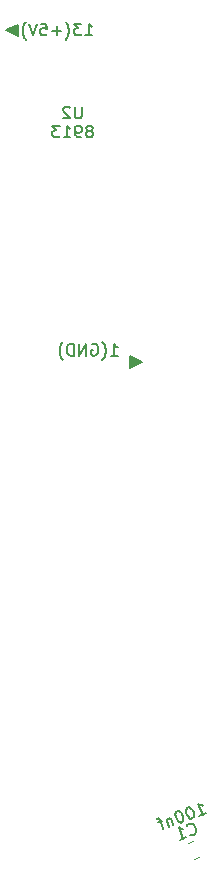
<source format=gbr>
%TF.GenerationSoftware,KiCad,Pcbnew,8.0.3*%
%TF.CreationDate,2024-06-29T10:36:14+02:00*%
%TF.ProjectId,adapter 8913-8910 Angle L,61646170-7465-4722-9038-3931332d3839,1.0a*%
%TF.SameCoordinates,Original*%
%TF.FileFunction,Legend,Bot*%
%TF.FilePolarity,Positive*%
%FSLAX46Y46*%
G04 Gerber Fmt 4.6, Leading zero omitted, Abs format (unit mm)*
G04 Created by KiCad (PCBNEW 8.0.3) date 2024-06-29 10:36:14*
%MOMM*%
%LPD*%
G01*
G04 APERTURE LIST*
%ADD10C,0.200000*%
%ADD11C,0.150000*%
%ADD12C,0.120000*%
G04 APERTURE END LIST*
D10*
X93075000Y-26150000D02*
X92075000Y-25650000D01*
X93075000Y-25150000D01*
X93075000Y-26150000D01*
G36*
X93075000Y-26150000D02*
G01*
X92075000Y-25650000D01*
X93075000Y-25150000D01*
X93075000Y-26150000D01*
G37*
X103590000Y-53745000D02*
X102590000Y-54245000D01*
X102590000Y-53245000D01*
X103590000Y-53745000D01*
G36*
X103590000Y-53745000D02*
G01*
X102590000Y-54245000D01*
X102590000Y-53245000D01*
X103590000Y-53745000D01*
G37*
D11*
X108425601Y-92146933D02*
X108962569Y-91951493D01*
X108694085Y-92049213D02*
X108352065Y-91109520D01*
X108352065Y-91109520D02*
X108490420Y-91211188D01*
X108490420Y-91211188D02*
X108612487Y-91268110D01*
X108612487Y-91268110D02*
X108718269Y-91280284D01*
X107501867Y-91418967D02*
X107412372Y-91451540D01*
X107412372Y-91451540D02*
X107339164Y-91528861D01*
X107339164Y-91528861D02*
X107310704Y-91589895D01*
X107310704Y-91589895D02*
X107298530Y-91695676D01*
X107298530Y-91695676D02*
X107318929Y-91890952D01*
X107318929Y-91890952D02*
X107400363Y-92114688D01*
X107400363Y-92114688D02*
X107510257Y-92277390D01*
X107510257Y-92277390D02*
X107587577Y-92350598D01*
X107587577Y-92350598D02*
X107648611Y-92379059D01*
X107648611Y-92379059D02*
X107754392Y-92391233D01*
X107754392Y-92391233D02*
X107843887Y-92358659D01*
X107843887Y-92358659D02*
X107917095Y-92281339D01*
X107917095Y-92281339D02*
X107945555Y-92220305D01*
X107945555Y-92220305D02*
X107957729Y-92114524D01*
X107957729Y-92114524D02*
X107937330Y-91919248D01*
X107937330Y-91919248D02*
X107855897Y-91695512D01*
X107855897Y-91695512D02*
X107746003Y-91532809D01*
X107746003Y-91532809D02*
X107668682Y-91459601D01*
X107668682Y-91459601D02*
X107607648Y-91431141D01*
X107607648Y-91431141D02*
X107501867Y-91418967D01*
X106606921Y-91744700D02*
X106517427Y-91777274D01*
X106517427Y-91777274D02*
X106444219Y-91854594D01*
X106444219Y-91854594D02*
X106415758Y-91915628D01*
X106415758Y-91915628D02*
X106403585Y-92021409D01*
X106403585Y-92021409D02*
X106423984Y-92216685D01*
X106423984Y-92216685D02*
X106505417Y-92440421D01*
X106505417Y-92440421D02*
X106615311Y-92603124D01*
X106615311Y-92603124D02*
X106692632Y-92676332D01*
X106692632Y-92676332D02*
X106753666Y-92704792D01*
X106753666Y-92704792D02*
X106859447Y-92716966D01*
X106859447Y-92716966D02*
X106948942Y-92684393D01*
X106948942Y-92684393D02*
X107022149Y-92607072D01*
X107022149Y-92607072D02*
X107050610Y-92546038D01*
X107050610Y-92546038D02*
X107062784Y-92440257D01*
X107062784Y-92440257D02*
X107042385Y-92244981D01*
X107042385Y-92244981D02*
X106960951Y-92021245D01*
X106960951Y-92021245D02*
X106851057Y-91858543D01*
X106851057Y-91858543D02*
X106773737Y-91785335D01*
X106773737Y-91785335D02*
X106712703Y-91756874D01*
X106712703Y-91756874D02*
X106606921Y-91744700D01*
X106004972Y-92318518D02*
X106232985Y-92944980D01*
X106037545Y-92408012D02*
X105976511Y-92379552D01*
X105976511Y-92379552D02*
X105870730Y-92367378D01*
X105870730Y-92367378D02*
X105736488Y-92416238D01*
X105736488Y-92416238D02*
X105663280Y-92493559D01*
X105663280Y-92493559D02*
X105651106Y-92599340D01*
X105651106Y-92599340D02*
X105830260Y-93091560D01*
X105289015Y-92579105D02*
X104931037Y-92709398D01*
X105382787Y-93254426D02*
X105089627Y-92448976D01*
X105089627Y-92448976D02*
X105012306Y-92375768D01*
X105012306Y-92375768D02*
X104906525Y-92363594D01*
X104906525Y-92363594D02*
X104817031Y-92396167D01*
X98764411Y-26069819D02*
X99335839Y-26069819D01*
X99050125Y-26069819D02*
X99050125Y-25069819D01*
X99050125Y-25069819D02*
X99145363Y-25212676D01*
X99145363Y-25212676D02*
X99240601Y-25307914D01*
X99240601Y-25307914D02*
X99335839Y-25355533D01*
X98431077Y-25069819D02*
X97812030Y-25069819D01*
X97812030Y-25069819D02*
X98145363Y-25450771D01*
X98145363Y-25450771D02*
X98002506Y-25450771D01*
X98002506Y-25450771D02*
X97907268Y-25498390D01*
X97907268Y-25498390D02*
X97859649Y-25546009D01*
X97859649Y-25546009D02*
X97812030Y-25641247D01*
X97812030Y-25641247D02*
X97812030Y-25879342D01*
X97812030Y-25879342D02*
X97859649Y-25974580D01*
X97859649Y-25974580D02*
X97907268Y-26022200D01*
X97907268Y-26022200D02*
X98002506Y-26069819D01*
X98002506Y-26069819D02*
X98288220Y-26069819D01*
X98288220Y-26069819D02*
X98383458Y-26022200D01*
X98383458Y-26022200D02*
X98431077Y-25974580D01*
X97097744Y-26450771D02*
X97145363Y-26403152D01*
X97145363Y-26403152D02*
X97240601Y-26260295D01*
X97240601Y-26260295D02*
X97288220Y-26165057D01*
X97288220Y-26165057D02*
X97335839Y-26022200D01*
X97335839Y-26022200D02*
X97383458Y-25784104D01*
X97383458Y-25784104D02*
X97383458Y-25593628D01*
X97383458Y-25593628D02*
X97335839Y-25355533D01*
X97335839Y-25355533D02*
X97288220Y-25212676D01*
X97288220Y-25212676D02*
X97240601Y-25117438D01*
X97240601Y-25117438D02*
X97145363Y-24974580D01*
X97145363Y-24974580D02*
X97097744Y-24926961D01*
X96716791Y-25688866D02*
X95954887Y-25688866D01*
X96335839Y-26069819D02*
X96335839Y-25307914D01*
X95002506Y-25069819D02*
X95478696Y-25069819D01*
X95478696Y-25069819D02*
X95526315Y-25546009D01*
X95526315Y-25546009D02*
X95478696Y-25498390D01*
X95478696Y-25498390D02*
X95383458Y-25450771D01*
X95383458Y-25450771D02*
X95145363Y-25450771D01*
X95145363Y-25450771D02*
X95050125Y-25498390D01*
X95050125Y-25498390D02*
X95002506Y-25546009D01*
X95002506Y-25546009D02*
X94954887Y-25641247D01*
X94954887Y-25641247D02*
X94954887Y-25879342D01*
X94954887Y-25879342D02*
X95002506Y-25974580D01*
X95002506Y-25974580D02*
X95050125Y-26022200D01*
X95050125Y-26022200D02*
X95145363Y-26069819D01*
X95145363Y-26069819D02*
X95383458Y-26069819D01*
X95383458Y-26069819D02*
X95478696Y-26022200D01*
X95478696Y-26022200D02*
X95526315Y-25974580D01*
X94669172Y-25069819D02*
X94335839Y-26069819D01*
X94335839Y-26069819D02*
X94002506Y-25069819D01*
X93764410Y-26450771D02*
X93716791Y-26403152D01*
X93716791Y-26403152D02*
X93621553Y-26260295D01*
X93621553Y-26260295D02*
X93573934Y-26165057D01*
X93573934Y-26165057D02*
X93526315Y-26022200D01*
X93526315Y-26022200D02*
X93478696Y-25784104D01*
X93478696Y-25784104D02*
X93478696Y-25593628D01*
X93478696Y-25593628D02*
X93526315Y-25355533D01*
X93526315Y-25355533D02*
X93573934Y-25212676D01*
X93573934Y-25212676D02*
X93621553Y-25117438D01*
X93621553Y-25117438D02*
X93716791Y-24974580D01*
X93716791Y-24974580D02*
X93764410Y-24926961D01*
X98461904Y-32104875D02*
X98461904Y-32914398D01*
X98461904Y-32914398D02*
X98414285Y-33009636D01*
X98414285Y-33009636D02*
X98366666Y-33057256D01*
X98366666Y-33057256D02*
X98271428Y-33104875D01*
X98271428Y-33104875D02*
X98080952Y-33104875D01*
X98080952Y-33104875D02*
X97985714Y-33057256D01*
X97985714Y-33057256D02*
X97938095Y-33009636D01*
X97938095Y-33009636D02*
X97890476Y-32914398D01*
X97890476Y-32914398D02*
X97890476Y-32104875D01*
X97461904Y-32200113D02*
X97414285Y-32152494D01*
X97414285Y-32152494D02*
X97319047Y-32104875D01*
X97319047Y-32104875D02*
X97080952Y-32104875D01*
X97080952Y-32104875D02*
X96985714Y-32152494D01*
X96985714Y-32152494D02*
X96938095Y-32200113D01*
X96938095Y-32200113D02*
X96890476Y-32295351D01*
X96890476Y-32295351D02*
X96890476Y-32390589D01*
X96890476Y-32390589D02*
X96938095Y-32533446D01*
X96938095Y-32533446D02*
X97509523Y-33104875D01*
X97509523Y-33104875D02*
X96890476Y-33104875D01*
X99223809Y-34143390D02*
X99319047Y-34095771D01*
X99319047Y-34095771D02*
X99366666Y-34048152D01*
X99366666Y-34048152D02*
X99414285Y-33952914D01*
X99414285Y-33952914D02*
X99414285Y-33905295D01*
X99414285Y-33905295D02*
X99366666Y-33810057D01*
X99366666Y-33810057D02*
X99319047Y-33762438D01*
X99319047Y-33762438D02*
X99223809Y-33714819D01*
X99223809Y-33714819D02*
X99033333Y-33714819D01*
X99033333Y-33714819D02*
X98938095Y-33762438D01*
X98938095Y-33762438D02*
X98890476Y-33810057D01*
X98890476Y-33810057D02*
X98842857Y-33905295D01*
X98842857Y-33905295D02*
X98842857Y-33952914D01*
X98842857Y-33952914D02*
X98890476Y-34048152D01*
X98890476Y-34048152D02*
X98938095Y-34095771D01*
X98938095Y-34095771D02*
X99033333Y-34143390D01*
X99033333Y-34143390D02*
X99223809Y-34143390D01*
X99223809Y-34143390D02*
X99319047Y-34191009D01*
X99319047Y-34191009D02*
X99366666Y-34238628D01*
X99366666Y-34238628D02*
X99414285Y-34333866D01*
X99414285Y-34333866D02*
X99414285Y-34524342D01*
X99414285Y-34524342D02*
X99366666Y-34619580D01*
X99366666Y-34619580D02*
X99319047Y-34667200D01*
X99319047Y-34667200D02*
X99223809Y-34714819D01*
X99223809Y-34714819D02*
X99033333Y-34714819D01*
X99033333Y-34714819D02*
X98938095Y-34667200D01*
X98938095Y-34667200D02*
X98890476Y-34619580D01*
X98890476Y-34619580D02*
X98842857Y-34524342D01*
X98842857Y-34524342D02*
X98842857Y-34333866D01*
X98842857Y-34333866D02*
X98890476Y-34238628D01*
X98890476Y-34238628D02*
X98938095Y-34191009D01*
X98938095Y-34191009D02*
X99033333Y-34143390D01*
X98366666Y-34714819D02*
X98176190Y-34714819D01*
X98176190Y-34714819D02*
X98080952Y-34667200D01*
X98080952Y-34667200D02*
X98033333Y-34619580D01*
X98033333Y-34619580D02*
X97938095Y-34476723D01*
X97938095Y-34476723D02*
X97890476Y-34286247D01*
X97890476Y-34286247D02*
X97890476Y-33905295D01*
X97890476Y-33905295D02*
X97938095Y-33810057D01*
X97938095Y-33810057D02*
X97985714Y-33762438D01*
X97985714Y-33762438D02*
X98080952Y-33714819D01*
X98080952Y-33714819D02*
X98271428Y-33714819D01*
X98271428Y-33714819D02*
X98366666Y-33762438D01*
X98366666Y-33762438D02*
X98414285Y-33810057D01*
X98414285Y-33810057D02*
X98461904Y-33905295D01*
X98461904Y-33905295D02*
X98461904Y-34143390D01*
X98461904Y-34143390D02*
X98414285Y-34238628D01*
X98414285Y-34238628D02*
X98366666Y-34286247D01*
X98366666Y-34286247D02*
X98271428Y-34333866D01*
X98271428Y-34333866D02*
X98080952Y-34333866D01*
X98080952Y-34333866D02*
X97985714Y-34286247D01*
X97985714Y-34286247D02*
X97938095Y-34238628D01*
X97938095Y-34238628D02*
X97890476Y-34143390D01*
X96938095Y-34714819D02*
X97509523Y-34714819D01*
X97223809Y-34714819D02*
X97223809Y-33714819D01*
X97223809Y-33714819D02*
X97319047Y-33857676D01*
X97319047Y-33857676D02*
X97414285Y-33952914D01*
X97414285Y-33952914D02*
X97509523Y-34000533D01*
X96604761Y-33714819D02*
X95985714Y-33714819D01*
X95985714Y-33714819D02*
X96319047Y-34095771D01*
X96319047Y-34095771D02*
X96176190Y-34095771D01*
X96176190Y-34095771D02*
X96080952Y-34143390D01*
X96080952Y-34143390D02*
X96033333Y-34191009D01*
X96033333Y-34191009D02*
X95985714Y-34286247D01*
X95985714Y-34286247D02*
X95985714Y-34524342D01*
X95985714Y-34524342D02*
X96033333Y-34619580D01*
X96033333Y-34619580D02*
X96080952Y-34667200D01*
X96080952Y-34667200D02*
X96176190Y-34714819D01*
X96176190Y-34714819D02*
X96461904Y-34714819D01*
X96461904Y-34714819D02*
X96557142Y-34667200D01*
X96557142Y-34667200D02*
X96604761Y-34619580D01*
X100929411Y-53174819D02*
X101500839Y-53174819D01*
X101215125Y-53174819D02*
X101215125Y-52174819D01*
X101215125Y-52174819D02*
X101310363Y-52317676D01*
X101310363Y-52317676D02*
X101405601Y-52412914D01*
X101405601Y-52412914D02*
X101500839Y-52460533D01*
X100215125Y-53555771D02*
X100262744Y-53508152D01*
X100262744Y-53508152D02*
X100357982Y-53365295D01*
X100357982Y-53365295D02*
X100405601Y-53270057D01*
X100405601Y-53270057D02*
X100453220Y-53127200D01*
X100453220Y-53127200D02*
X100500839Y-52889104D01*
X100500839Y-52889104D02*
X100500839Y-52698628D01*
X100500839Y-52698628D02*
X100453220Y-52460533D01*
X100453220Y-52460533D02*
X100405601Y-52317676D01*
X100405601Y-52317676D02*
X100357982Y-52222438D01*
X100357982Y-52222438D02*
X100262744Y-52079580D01*
X100262744Y-52079580D02*
X100215125Y-52031961D01*
X99310363Y-52222438D02*
X99405601Y-52174819D01*
X99405601Y-52174819D02*
X99548458Y-52174819D01*
X99548458Y-52174819D02*
X99691315Y-52222438D01*
X99691315Y-52222438D02*
X99786553Y-52317676D01*
X99786553Y-52317676D02*
X99834172Y-52412914D01*
X99834172Y-52412914D02*
X99881791Y-52603390D01*
X99881791Y-52603390D02*
X99881791Y-52746247D01*
X99881791Y-52746247D02*
X99834172Y-52936723D01*
X99834172Y-52936723D02*
X99786553Y-53031961D01*
X99786553Y-53031961D02*
X99691315Y-53127200D01*
X99691315Y-53127200D02*
X99548458Y-53174819D01*
X99548458Y-53174819D02*
X99453220Y-53174819D01*
X99453220Y-53174819D02*
X99310363Y-53127200D01*
X99310363Y-53127200D02*
X99262744Y-53079580D01*
X99262744Y-53079580D02*
X99262744Y-52746247D01*
X99262744Y-52746247D02*
X99453220Y-52746247D01*
X98834172Y-53174819D02*
X98834172Y-52174819D01*
X98834172Y-52174819D02*
X98262744Y-53174819D01*
X98262744Y-53174819D02*
X98262744Y-52174819D01*
X97786553Y-53174819D02*
X97786553Y-52174819D01*
X97786553Y-52174819D02*
X97548458Y-52174819D01*
X97548458Y-52174819D02*
X97405601Y-52222438D01*
X97405601Y-52222438D02*
X97310363Y-52317676D01*
X97310363Y-52317676D02*
X97262744Y-52412914D01*
X97262744Y-52412914D02*
X97215125Y-52603390D01*
X97215125Y-52603390D02*
X97215125Y-52746247D01*
X97215125Y-52746247D02*
X97262744Y-52936723D01*
X97262744Y-52936723D02*
X97310363Y-53031961D01*
X97310363Y-53031961D02*
X97405601Y-53127200D01*
X97405601Y-53127200D02*
X97548458Y-53174819D01*
X97548458Y-53174819D02*
X97786553Y-53174819D01*
X96881791Y-53555771D02*
X96834172Y-53508152D01*
X96834172Y-53508152D02*
X96738934Y-53365295D01*
X96738934Y-53365295D02*
X96691315Y-53270057D01*
X96691315Y-53270057D02*
X96643696Y-53127200D01*
X96643696Y-53127200D02*
X96596077Y-52889104D01*
X96596077Y-52889104D02*
X96596077Y-52698628D01*
X96596077Y-52698628D02*
X96643696Y-52460533D01*
X96643696Y-52460533D02*
X96691315Y-52317676D01*
X96691315Y-52317676D02*
X96738934Y-52222438D01*
X96738934Y-52222438D02*
X96834172Y-52079580D01*
X96834172Y-52079580D02*
X96881791Y-52031961D01*
X107635004Y-93752208D02*
X107696038Y-93780668D01*
X107696038Y-93780668D02*
X107846567Y-93776556D01*
X107846567Y-93776556D02*
X107936061Y-93743982D01*
X107936061Y-93743982D02*
X108054017Y-93650375D01*
X108054017Y-93650375D02*
X108110938Y-93528307D01*
X108110938Y-93528307D02*
X108123112Y-93422526D01*
X108123112Y-93422526D02*
X108102712Y-93227250D01*
X108102712Y-93227250D02*
X108053852Y-93093008D01*
X108053852Y-93093008D02*
X107943958Y-92930306D01*
X107943958Y-92930306D02*
X107866638Y-92857098D01*
X107866638Y-92857098D02*
X107744570Y-92800177D01*
X107744570Y-92800177D02*
X107594041Y-92804290D01*
X107594041Y-92804290D02*
X107504547Y-92836863D01*
X107504547Y-92836863D02*
X107386592Y-92930470D01*
X107386592Y-92930470D02*
X107358131Y-92991504D01*
X106772632Y-94167436D02*
X107309600Y-93971996D01*
X107041116Y-94069716D02*
X106699096Y-93130023D01*
X106699096Y-93130023D02*
X106837450Y-93231692D01*
X106837450Y-93231692D02*
X106959518Y-93288613D01*
X106959518Y-93288613D02*
X107065300Y-93300787D01*
D12*
%TO.C,C1*%
X107433120Y-94448679D02*
X107924112Y-94269973D01*
X107935888Y-95830027D02*
X108426880Y-95651321D01*
%TD*%
M02*

</source>
